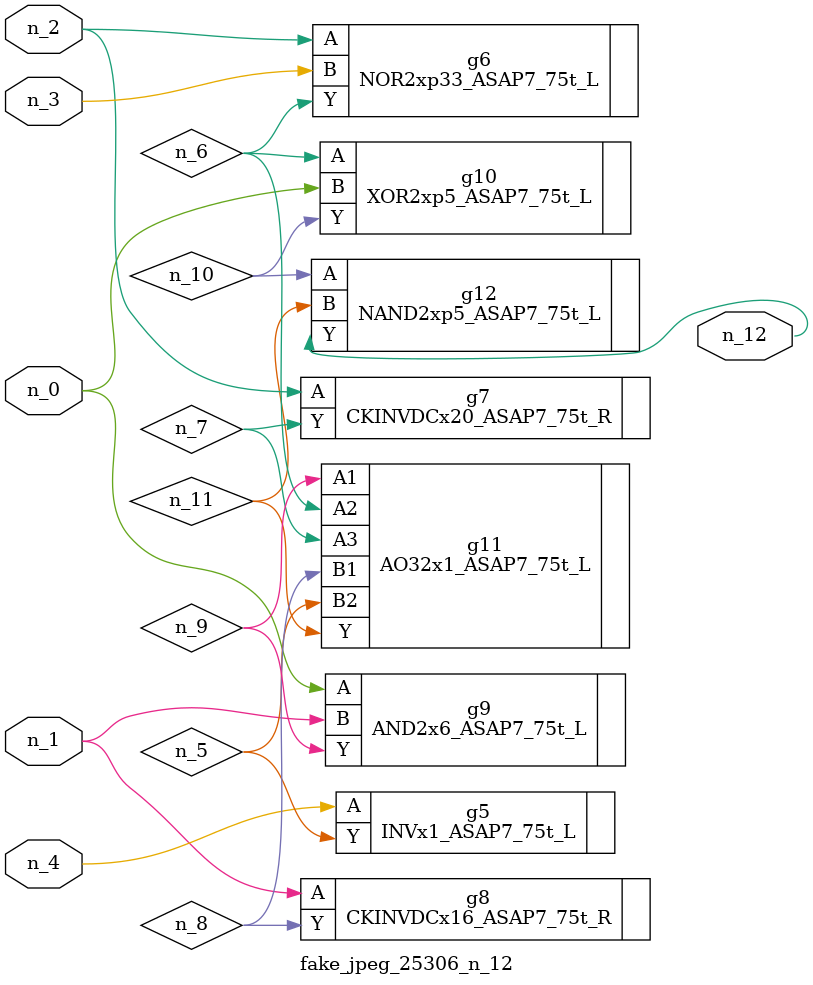
<source format=v>
module fake_jpeg_25306_n_12 (n_3, n_2, n_1, n_0, n_4, n_12);

input n_3;
input n_2;
input n_1;
input n_0;
input n_4;

output n_12;

wire n_11;
wire n_10;
wire n_8;
wire n_9;
wire n_6;
wire n_5;
wire n_7;

INVx1_ASAP7_75t_L g5 ( 
.A(n_4),
.Y(n_5)
);

NOR2xp33_ASAP7_75t_L g6 ( 
.A(n_2),
.B(n_3),
.Y(n_6)
);

CKINVDCx20_ASAP7_75t_R g7 ( 
.A(n_2),
.Y(n_7)
);

CKINVDCx16_ASAP7_75t_R g8 ( 
.A(n_1),
.Y(n_8)
);

AND2x6_ASAP7_75t_L g9 ( 
.A(n_0),
.B(n_1),
.Y(n_9)
);

XOR2xp5_ASAP7_75t_L g10 ( 
.A(n_6),
.B(n_0),
.Y(n_10)
);

NAND2xp5_ASAP7_75t_L g12 ( 
.A(n_10),
.B(n_11),
.Y(n_12)
);

AO32x1_ASAP7_75t_L g11 ( 
.A1(n_9),
.A2(n_6),
.A3(n_7),
.B1(n_8),
.B2(n_5),
.Y(n_11)
);


endmodule
</source>
